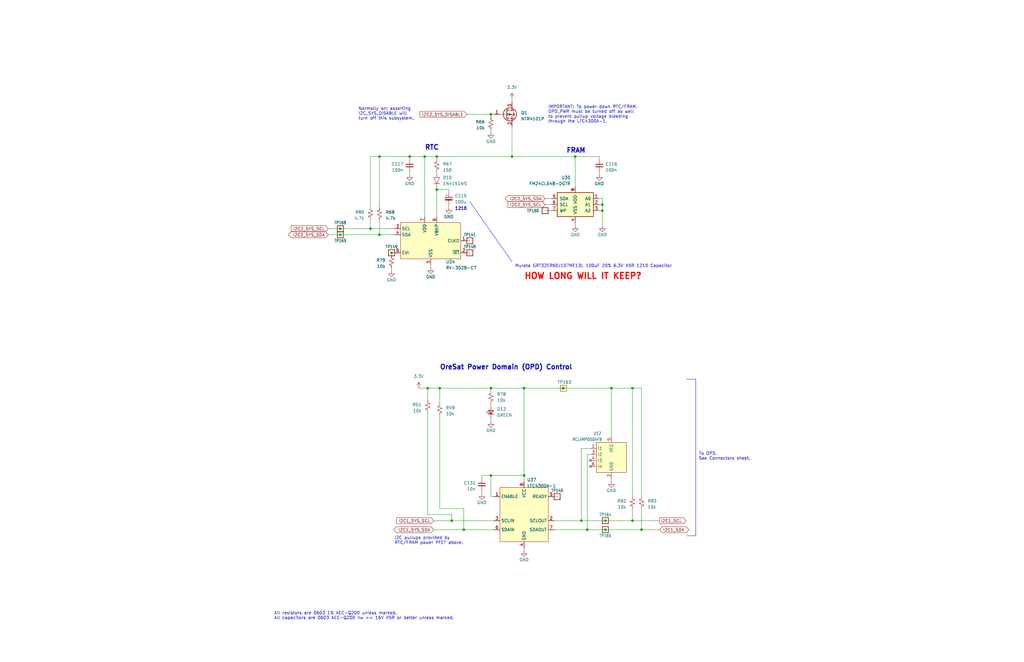
<source format=kicad_sch>
(kicad_sch (version 20250114) (generator "eeschema") (generator_version "9.0")
  (paper "B")
  (title_block (title "OreSat C3: OPD and I2C Peripherals") (date "2023-05-29") (rev "6.1"))
  (lib_symbols
    (symbol "Device:C_Polarized_Small" (pin_numbers (hide yes)) (pin_names (offset 0.254) (hide yes))
      (property "Reference" "C" (at 0.254 1.778 0))
      (property "Value" "C_Polarized_Small" (at 0.254 -2.032 0))
      (symbol "C_Polarized_Small_0_1"
        (rectangle (start -1.524 0.6858) (end 1.524 0.3048))
        (rectangle (start -1.524 -0.3048) (end 1.524 -0.6858) (fill (type outline)))
        (polyline (pts (xy -1.27 1.524) (xy -0.762 1.524)))
        (polyline (pts (xy -1.016 1.27) (xy -1.016 1.778)))
      )
      (symbol "C_Polarized_Small_1_1"
        (pin passive line (at 0 2.54 270) (length 1.8542) (name "~") (number "1"))
        (pin passive line (at 0 -2.54 90) (length 1.8542) (name "~") (number "2"))
      )
    )
    (symbol "Device:C_Small" (pin_numbers (hide yes)) (pin_names (offset 0.254) (hide yes))
      (property "Reference" "C" (at 0.254 1.778 0))
      (property "Value" "C_Small" (at 0.254 -2.032 0))
      (symbol "C_Small_0_1"
        (polyline (pts (xy -1.524 0.508) (xy 1.524 0.508)) (stroke (width 0.3048)))
        (polyline (pts (xy -1.524 -0.508) (xy 1.524 -0.508)) (stroke (width 0.3302)))
      )
      (symbol "C_Small_1_1"
        (pin passive line (at 0 2.54 270) (length 2.032) (name "~") (number "1"))
        (pin passive line (at 0 -2.54 90) (length 2.032) (name "~") (number "2"))
      )
    )
    (symbol "Device:LED_Small" (pin_numbers (hide yes)) (pin_names (offset 0.254) (hide yes))
      (property "Reference" "D" (at -1.27 3.175 0))
      (property "Value" "LED_Small" (at -4.445 -2.54 0))
      (symbol "LED_Small_0_1"
        (polyline (pts (xy -0.762 -1.016) (xy -0.762 1.016)) (stroke (width 0.254)))
        (polyline (pts (xy 0 0.762) (xy -0.508 1.27) (xy -0.254 1.27) (xy -0.508 1.27) (xy -0.508 1.016)))
        (polyline (pts (xy 0.508 1.27) (xy 0 1.778) (xy 0.254 1.778) (xy 0 1.778) (xy 0 1.524)))
        (polyline (pts (xy 0.762 -1.016) (xy -0.762 0) (xy 0.762 1.016) (xy 0.762 -1.016)) (stroke (width 0.254)))
        (polyline (pts (xy 1.016 0) (xy -0.762 0)))
      )
      (symbol "LED_Small_1_1"
        (pin passive line (at -2.54 0 0) (length 1.778) (name "K") (number "1"))
        (pin passive line (at 2.54 0 180) (length 1.778) (name "A") (number "2"))
      )
    )
    (symbol "Device:R_Small_US" (pin_numbers (hide yes)) (pin_names (offset 0.254) (hide yes))
      (property "Reference" "R" (at 0.762 0.508 0))
      (property "Value" "R_Small_US" (at 0.762 -1.016 0))
      (symbol "R_Small_US_1_1"
        (polyline (pts (xy 0 1.524) (xy 1.016 1.143) (xy 0 0.762) (xy -1.016 0.381) (xy 0 0)))
        (polyline (pts (xy 0 0) (xy 1.016 -0.381) (xy 0 -0.762) (xy -1.016 -1.143) (xy 0 -1.524)))
        (pin passive line (at 0 2.54 270) (length 1.016) (name "~") (number "1"))
        (pin passive line (at 0 -2.54 90) (length 1.016) (name "~") (number "2"))
      )
    )
    (symbol "Memory_NVRAM:FM24C64B" (pin_names (offset 1.016))
      (property "Reference" "U" (at -5.08 8.89 0))
      (property "Value" "FM24C64B" (at 6.35 -8.89 0))
      (symbol "FM24C64B_0_1"
        (rectangle (start -7.62 5.08) (end 7.62 -5.08) (stroke (width 0.254)) (fill (type background)))
      )
      (symbol "FM24C64B_1_1"
        (pin input line (at -10.16 2.54 0) (length 2.54) (name "A0") (number "1"))
        (pin input line (at -10.16 0 0) (length 2.54) (name "A1") (number "2"))
        (pin input line (at -10.16 -2.54 0) (length 2.54) (name "A2") (number "3"))
        (pin power_in line (at 0 7.62 270) (length 2.54) (name "VDD") (number "8"))
        (pin power_in line (at 0 -7.62 90) (length 2.54) (name "VSS") (number "4"))
        (pin bidirectional line (at 10.16 2.54 180) (length 2.54) (name "SDA") (number "5"))
        (pin input line (at 10.16 0 180) (length 2.54) (name "SCL") (number "6"))
        (pin input line (at 10.16 -2.54 180) (length 2.54) (name "WP") (number "7"))
      )
    )
    (symbol "Transistor_FET:NTR2101P" (pin_names (hide yes))
      (property "Reference" "Q" (at 5.08 1.905 0))
      (property "Value" "NTR2101P" (at 5.08 0 0))
      (symbol "NTR2101P_0_1"
        (polyline (pts (xy 0.254 1.905) (xy 0.254 -1.905)) (stroke (width 0.254)))
        (polyline (pts (xy 0.254 0) (xy -2.54 0)))
        (polyline (pts (xy 0.762 2.286) (xy 0.762 1.27)) (stroke (width 0.254)))
        (polyline (pts (xy 0.762 1.778) (xy 3.302 1.778) (xy 3.302 -1.778) (xy 0.762 -1.778)))
        (polyline (pts (xy 0.762 0.508) (xy 0.762 -0.508)) (stroke (width 0.254)))
        (polyline (pts (xy 0.762 -1.27) (xy 0.762 -2.286)) (stroke (width 0.254)))
        (circle (center 1.651 0) (radius 2.794) (stroke (width 0.254)))
        (polyline (pts (xy 2.286 0) (xy 1.27 0.381) (xy 1.27 -0.381) (xy 2.286 0)) (fill (type outline)))
        (polyline (pts (xy 2.54 2.54) (xy 2.54 1.778)))
        (circle (center 2.54 1.778) (radius 0.254) (fill (type outline)))
        (circle (center 2.54 -1.778) (radius 0.254) (fill (type outline)))
        (polyline (pts (xy 2.54 -2.54) (xy 2.54 0) (xy 0.762 0)))
        (polyline (pts (xy 2.794 -0.508) (xy 2.921 -0.381) (xy 3.683 -0.381) (xy 3.81 -0.254)))
        (polyline (pts (xy 3.302 -0.381) (xy 2.921 0.254) (xy 3.683 0.254) (xy 3.302 -0.381)))
      )
      (symbol "NTR2101P_1_1"
        (pin input line (at -5.08 0 0) (length 2.54) (name "G") (number "1"))
        (pin passive line (at 2.54 5.08 270) (length 2.54) (name "D") (number "3"))
        (pin passive line (at 2.54 -5.08 90) (length 2.54) (name "S") (number "2"))
      )
    )
    (symbol "oresat-diodes:1N4151WS-HE3" (pin_numbers (hide yes)) (pin_names (offset 0) (hide yes))
      (property "Reference" "D" (at 0 2.54 0))
      (property "Value" "1N4151WS" (at 0 -2.54 0))
      (symbol "1N4151WS-HE3_0_1"
        (polyline (pts (xy 1.27 0) (xy 1.27 1.27) (xy 1.27 -1.27) (xy 1.27 0) (xy -1.27 1.27) (xy -1.27 -1.27) (xy 1.27 0)))
      )
      (symbol "1N4151WS-HE3_1_1"
        (pin passive line (at -2.54 0 0) (length 1.27) (name "2") (number "2"))
        (pin passive line (at 2.54 0 180) (length 1.27) (name "1") (number "1"))
      )
    )
    (symbol "oresat-ics:LTC4300A-1"
      (property "Reference" "U" (at 1.27 13.97 0))
      (property "Value" "LTC4300A-1" (at 1.27 11.43 0))
      (symbol "LTC4300A-1_1_0"
        (pin input line (at -12.7 7.62 0) (length 2.54) (name "ENABLE") (number "1"))
        (pin bidirectional line (at -12.7 -2.54 0) (length 2.54) (name "SCLIN") (number "3"))
        (pin bidirectional line (at -12.7 -6.35 0) (length 2.54) (name "SDAIN") (number "6"))
        (pin power_in line (at 0 13.97 270) (length 2.54) (name "VCC") (number "8"))
        (pin power_in line (at 0 -13.97 90) (length 2.54) (name "GND") (number "4"))
        (pin output line (at 12.7 7.62 180) (length 2.54) (name "READY") (number "5"))
        (pin bidirectional line (at 12.7 -2.54 180) (length 2.54) (name "SCLOUT") (number "2"))
        (pin bidirectional line (at 12.7 -6.35 180) (length 2.54) (name "SDAOUT") (number "7"))
      )
      (symbol "LTC4300A-1_1_1"
        (rectangle (start -10.16 11.43) (end 10.16 -11.43) (fill (type background)))
      )
    )
    (symbol "oresat-ics:RCLAMP0504FB"
      (property "Reference" "U" (at -13.97 12.7 0))
      (property "Value" "RCLAMP0504FB" (at -13.97 10.16 0))
      (symbol "RCLAMP0504FB_1_0"
        (pin bidirectional line (at -8.89 3.81 0) (length 2.54) (name "I1") (number "1"))
        (pin bidirectional line (at -8.89 1.27 0) (length 2.54) (name "I2") (number "3"))
        (pin bidirectional line (at -8.89 -1.27 0) (length 2.54) (name "I3") (number "4"))
        (pin bidirectional line (at -8.89 -3.81 0) (length 2.54) (name "I4") (number "6"))
        (pin power_in line (at 0 8.89 270) (length 2.54) (name "VCC") (number "5"))
        (pin power_in line (at 0 -8.89 90) (length 2.54) (name "GND") (number "2"))
      )
      (symbol "RCLAMP0504FB_1_1"
        (rectangle (start -6.35 6.35) (end 6.35 -6.35) (fill (type background)))
      )
    )
    (symbol "oresat-ics:RV-3028-C7"
      (property "Reference" "U" (at 3.81 -8.89 0))
      (property "Value" "RV-3028-C7" (at 3.81 -11.43 0))
      (symbol "RV-3028-C7_1_0"
        (pin input line (at -15.24 5.08 0) (length 2.54) (name "SCL") (number "3"))
        (pin bidirectional line (at -15.24 2.54 0) (length 2.54) (name "SDA") (number "4"))
        (pin input line (at -15.24 -5.08 0) (length 2.54) (name "EVI") (number "8"))
        (pin power_in line (at -2.54 10.16 270) (length 2.54) (name "VDD") (number "7"))
        (pin power_in line (at 0 -10.16 90) (length 2.54) (name "VSS") (number "5"))
        (pin power_in line (at 2.54 10.16 270) (length 2.54) (name "VBKP") (number "6"))
        (pin output line (at 15.24 0 180) (length 2.54) (name "CLKO") (number "1"))
        (pin output line (at 15.24 -5.08 180) (length 2.54) (name "~{INT}") (number "2"))
      )
      (symbol "RV-3028-C7_1_1"
        (rectangle (start -12.7 7.62) (end 12.7 -7.62) (fill (type background)))
      )
    )
    (symbol "oresat-misc:Test-Point-0.75mm-th"
      (property "Reference" "TP" (at 0 2.54 0))
      (symbol "Test-Point-0.75mm-th_1_0"
        (pin passive line (at 0 0 0) (length 0) (name "1") (number "1"))
      )
      (symbol "Test-Point-0.75mm-th_1_1"
        (rectangle (start -1.27 1.27) (end 1.27 -1.27) (fill (type background)))
      )
    )
    (symbol "oresat-misc:Test-Point-1mm-round"
      (property "Reference" "TP" (at 0 2.54 0))
      (symbol "Test-Point-1mm-round_1_0"
        (polyline (pts (xy -1.27 1.27) (xy 1.27 1.27)) (stroke (width 0.254)))
        (polyline (pts (xy -1.27 -1.27) (xy -1.27 1.27)) (stroke (width 0.254)))
        (polyline (pts (xy 1.27 1.27) (xy 1.27 -1.27)) (stroke (width 0.254)))
        (polyline (pts (xy 1.27 -1.27) (xy -1.27 -1.27)) (stroke (width 0.254)))
        (pin passive line (at 0 0 0) (length 0) (name "1") (number "1"))
      )
    )
    (symbol "oresat-power:3.3V" (power) (pin_names (offset 0))
      (property "Value" "3.3V" (at 0 3.556 0))
      (symbol "3.3V_0_1"
        (polyline (pts (xy -0.762 1.27) (xy 0 2.54)))
        (polyline (pts (xy 0 2.54) (xy 0.762 1.27)))
        (polyline (pts (xy 0 0) (xy 0 2.54)))
      )
      (symbol "3.3V_1_1"
        (pin power_in line (at 0 0 90) (length 0) (hide yes) (name "3.3V") (number "1"))
      )
    )
    (symbol "power:GND" (power) (pin_names (offset 0))
      (property "Value" "GND" (at 0 -3.81 0))
      (symbol "GND_0_1"
        (polyline (pts (xy 0 0) (xy 0 -1.27) (xy 1.27 -1.27) (xy 0 -2.54) (xy -1.27 -1.27) (xy 0 -1.27)))
      )
      (symbol "GND_1_1"
        (pin power_in line (at 0 0 270) (length 0) (hide yes) (name "GND") (number "1"))
      )
    )
  )
  (text "To OPD. \nSee Connectors sheet." (at 294.64 194.31 0) (effects (font (size 1.27 1.27)) (justify left bottom)))
  (text "FRAM" (at 238.76 64.77 0) (effects (font (size 2 2) (thickness 0.4) (bold yes)) (justify left bottom)))
  (text "All resistors are 0603 1% AEC-Q200 unless marked.\nAll capacitors are 0603 AEC-Q200 Vw >= 16V X5R or better unless marked." (at 115.57 261.62 0) (effects (font (size 1.27 1.27)) (justify left bottom)))
  (text "Normally on; asserting \nI2C_SYS_DISABLE will \nturn off this subsystem." (at 151.13 50.8 0) (effects (font (size 1.27 1.27)) (justify left bottom)))
  (text "IMPORTANT: To power down RTC/FRAM,\nOPD_PWR must be turned off as well\nto prevent pullup voltage bleeding\nthrough the LTC4300A-1." (at 231.14 52.07 0) (effects (font (size 1.27 1.27)) (justify left bottom)))
  (text "I2C pullups provided by \nRTC/FRAM power PFET above." (at 166.37 229.87 0) (effects (font (size 1.27 1.27)) (justify left bottom)))
  (text "Murata GRT32ER60J107ME13L 100uF 20% 6.3V X5R 1210 Capacitor" (at 217.17 113.03 0) (effects (font (size 1.27 1.27)) (justify left bottom)))
  (text "1210" (at 191.77 88.9 0) (effects (font (size 1.27 1.27) (bold yes)) (justify left bottom)))
  (text "HOW LONG WILL IT KEEP?\n" (at 220.98 118.11 0) (effects (font (size 2.54 2.54) (thickness 0.508) (bold yes)) (justify left bottom)))
  (text "RTC" (at 179.07 63.5 0) (effects (font (size 2 2) (thickness 0.4) (bold yes)) (justify left bottom)))
  (text "OreSat Power Domain (OPD) Control" (at 185.42 156.21 0) (effects (font (size 2 2) (thickness 0.4) (bold yes)) (justify left bottom)))
  (junction (at 215.9 66.04))
  (junction (at 195.58 223.52))
  (junction (at 247.65 223.52))
  (junction (at 184.15 80.01))
  (junction (at 254 88.9))
  (junction (at 180.34 163.83))
  (junction (at 255.27 223.52))
  (junction (at 220.98 163.83))
  (junction (at 165.1 106.68))
  (junction (at 160.02 99.06))
  (junction (at 257.81 163.83))
  (junction (at 242.57 66.04))
  (junction (at 266.7 163.83))
  (junction (at 185.42 163.83))
  (junction (at 237.49 163.83))
  (junction (at 220.98 200.66))
  (junction (at 207.01 48.26))
  (junction (at 190.5 219.71))
  (junction (at 156.21 96.52))
  (junction (at 160.02 66.04))
  (junction (at 245.11 219.71))
  (junction (at 254 86.36))
  (junction (at 184.15 66.04))
  (junction (at 179.07 66.04))
  (junction (at 270.51 223.52))
  (junction (at 207.01 163.83))
  (junction (at 266.7 219.71))
  (junction (at 172.72 66.04))
  (junction (at 207.01 200.66))
  (junction (at 143.51 96.52))
  (junction (at 255.27 219.71))
  (junction (at 143.51 99.06))
  (no_connect (at 248.92 194.31))
  (no_connect (at 248.92 196.85))
  (wire (pts (xy 254 86.36) (xy 254 88.9)))
  (wire (pts (xy 165.1 114.3) (xy 165.1 113.03)))
  (wire (pts (xy 207.01 48.26) (xy 207.01 49.53)))
  (wire (pts (xy 215.9 53.34) (xy 215.9 66.04)))
  (wire (pts (xy 257.81 184.15) (xy 257.81 163.83)))
  (wire (pts (xy 247.65 223.52) (xy 255.27 223.52)))
  (wire (pts (xy 207.01 54.61) (xy 207.01 55.88)))
  (wire (pts (xy 165.1 107.95) (xy 165.1 106.68)))
  (wire (pts (xy 266.7 209.55) (xy 266.7 163.83)))
  (wire (pts (xy 242.57 93.98) (xy 242.57 95.25)))
  (wire (pts (xy 181.61 113.03) (xy 181.61 111.76)))
  (wire (pts (xy 190.5 219.71) (xy 208.28 219.71)))
  (wire (pts (xy 160.02 66.04) (xy 172.72 66.04)))
  (wire (pts (xy 266.7 214.63) (xy 266.7 219.71)))
  (wire (pts (xy 190.5 217.17) (xy 190.5 219.71)))
  (wire (pts (xy 207.01 209.55) (xy 208.28 209.55)))
  (wire (pts (xy 248.92 191.77) (xy 247.65 191.77)))
  (wire (pts (xy 245.11 189.23) (xy 245.11 219.71)))
  (wire (pts (xy 220.98 232.41) (xy 220.98 231.14)))
  (wire (pts (xy 215.9 41.91) (xy 215.9 43.18)))
  (wire (pts (xy 278.13 223.52) (xy 270.51 223.52)))
  (wire (pts (xy 172.72 66.04) (xy 179.07 66.04)))
  (wire (pts (xy 166.37 99.06) (xy 160.02 99.06)))
  (wire (pts (xy 220.98 203.2) (xy 220.98 200.66)))
  (wire (pts (xy 270.51 214.63) (xy 270.51 223.52)))
  (polyline (pts (xy 293.37 160.02) (xy 293.37 226.06)))
  (wire (pts (xy 189.23 81.28) (xy 189.23 80.01)))
  (wire (pts (xy 179.07 66.04) (xy 184.15 66.04)))
  (wire (pts (xy 184.15 66.04) (xy 215.9 66.04)))
  (wire (pts (xy 182.88 223.52) (xy 195.58 223.52)))
  (wire (pts (xy 252.73 83.82) (xy 254 83.82)))
  (wire (pts (xy 215.9 66.04) (xy 242.57 66.04)))
  (wire (pts (xy 138.43 99.06) (xy 143.51 99.06)))
  (wire (pts (xy 252.73 86.36) (xy 254 86.36)))
  (wire (pts (xy 184.15 72.39) (xy 184.15 73.66)))
  (wire (pts (xy 180.34 217.17) (xy 190.5 217.17)))
  (wire (pts (xy 143.51 99.06) (xy 160.02 99.06)))
  (wire (pts (xy 195.58 214.63) (xy 195.58 223.52)))
  (wire (pts (xy 184.15 78.74) (xy 184.15 80.01)))
  (wire (pts (xy 180.34 163.83) (xy 185.42 163.83)))
  (wire (pts (xy 185.42 214.63) (xy 195.58 214.63)))
  (wire (pts (xy 255.27 219.71) (xy 266.7 219.71)))
  (wire (pts (xy 196.85 106.68) (xy 198.12 106.68)))
  (wire (pts (xy 189.23 86.36) (xy 189.23 87.63)))
  (wire (pts (xy 252.73 67.31) (xy 252.73 66.04)))
  (wire (pts (xy 254 83.82) (xy 254 86.36)))
  (wire (pts (xy 237.49 163.83) (xy 257.81 163.83)))
  (wire (pts (xy 195.58 223.52) (xy 208.28 223.52)))
  (wire (pts (xy 233.68 219.71) (xy 245.11 219.71)))
  (wire (pts (xy 229.87 88.9) (xy 232.41 88.9)))
  (wire (pts (xy 176.53 163.83) (xy 180.34 163.83)))
  (wire (pts (xy 207.01 170.18) (xy 207.01 171.45)))
  (polyline (pts (xy 289.56 226.06) (xy 293.37 226.06)))
  (wire (pts (xy 160.02 66.04) (xy 160.02 87.63)))
  (wire (pts (xy 255.27 223.52) (xy 270.51 223.52)))
  (wire (pts (xy 233.68 223.52) (xy 247.65 223.52)))
  (polyline (pts (xy 289.56 160.02) (xy 293.37 160.02)))
  (wire (pts (xy 143.51 96.52) (xy 156.21 96.52)))
  (wire (pts (xy 220.98 200.66) (xy 207.01 200.66)))
  (wire (pts (xy 156.21 92.71) (xy 156.21 96.52)))
  (wire (pts (xy 229.87 86.36) (xy 232.41 86.36)))
  (wire (pts (xy 207.01 163.83) (xy 220.98 163.83)))
  (wire (pts (xy 266.7 163.83) (xy 270.51 163.83)))
  (wire (pts (xy 180.34 173.99) (xy 180.34 217.17)))
  (wire (pts (xy 184.15 66.04) (xy 184.15 67.31)))
  (wire (pts (xy 196.85 48.26) (xy 207.01 48.26)))
  (wire (pts (xy 252.73 88.9) (xy 254 88.9)))
  (wire (pts (xy 207.01 200.66) (xy 207.01 209.55)))
  (wire (pts (xy 252.73 66.04) (xy 242.57 66.04)))
  (wire (pts (xy 242.57 66.04) (xy 242.57 78.74)))
  (wire (pts (xy 248.92 189.23) (xy 245.11 189.23)))
  (wire (pts (xy 185.42 163.83) (xy 207.01 163.83)))
  (wire (pts (xy 232.41 83.82) (xy 229.87 83.82)))
  (polyline (pts (xy 198.12 85.09) (xy 215.9 110.49)))
  (wire (pts (xy 203.2 200.66) (xy 207.01 200.66)))
  (wire (pts (xy 257.81 163.83) (xy 266.7 163.83)))
  (wire (pts (xy 233.68 209.55) (xy 234.95 209.55)))
  (wire (pts (xy 203.2 208.28) (xy 203.2 207.01)))
  (wire (pts (xy 138.43 96.52) (xy 143.51 96.52)))
  (wire (pts (xy 172.72 67.31) (xy 172.72 66.04)))
  (wire (pts (xy 156.21 87.63) (xy 156.21 66.04)))
  (wire (pts (xy 182.88 219.71) (xy 190.5 219.71)))
  (wire (pts (xy 180.34 168.91) (xy 180.34 163.83)))
  (wire (pts (xy 156.21 96.52) (xy 166.37 96.52)))
  (wire (pts (xy 189.23 80.01) (xy 184.15 80.01)))
  (wire (pts (xy 266.7 219.71) (xy 278.13 219.71)))
  (wire (pts (xy 196.85 101.6) (xy 198.12 101.6)))
  (wire (pts (xy 207.01 176.53) (xy 207.01 177.8)))
  (wire (pts (xy 185.42 163.83) (xy 185.42 170.18)))
  (wire (pts (xy 179.07 91.44) (xy 179.07 66.04)))
  (wire (pts (xy 270.51 209.55) (xy 270.51 163.83)))
  (wire (pts (xy 257.81 203.2) (xy 257.81 201.93)))
  (wire (pts (xy 207.01 163.83) (xy 207.01 165.1)))
  (wire (pts (xy 172.72 73.66) (xy 172.72 72.39)))
  (wire (pts (xy 160.02 92.71) (xy 160.02 99.06)))
  (wire (pts (xy 245.11 219.71) (xy 255.27 219.71)))
  (wire (pts (xy 247.65 191.77) (xy 247.65 223.52)))
  (wire (pts (xy 203.2 201.93) (xy 203.2 200.66)))
  (wire (pts (xy 165.1 106.68) (xy 166.37 106.68)))
  (wire (pts (xy 254 88.9) (xy 254 95.25)))
  (wire (pts (xy 220.98 163.83) (xy 237.49 163.83)))
  (wire (pts (xy 252.73 72.39) (xy 252.73 73.66)))
  (wire (pts (xy 185.42 175.26) (xy 185.42 214.63)))
  (wire (pts (xy 184.15 91.44) (xy 184.15 80.01)))
  (wire (pts (xy 220.98 163.83) (xy 220.98 200.66)))
  (wire (pts (xy 156.21 66.04) (xy 160.02 66.04)))
  (wire (pts (xy 207.01 48.26) (xy 208.28 48.26)))
  (global_label "I2C2_SYS_SDA" (shape bidirectional) (at 229.87 83.82 180) (property "Intersheetrefs" "${INTERSHEET_REFS}" (at 212.5482 83.82 0) (effects (justify right))))
  (global_label "I2C1_SDA" (shape bidirectional) (at 278.13 223.52 0) (property "Intersheetrefs" "${INTERSHEET_REFS}" (at 291.056 223.52 0) (effects (justify left))))
  (global_label "I2C2_SYS_SCL" (shape input) (at 229.87 86.36 180) (property "Intersheetrefs" "${INTERSHEET_REFS}" (at 213.72 86.36 0) (effects (justify right))))
  (global_label "I2C2_SYS_DISABLE" (shape input) (at 196.85 48.26 180) (property "Intersheetrefs" "${INTERSHEET_REFS}" (at 176.5876 48.26 0) (effects (justify right))))
  (global_label "I2C2_SYS_SCL" (shape input) (at 138.43 96.52 180) (property "Intersheetrefs" "${INTERSHEET_REFS}" (at 122.28 96.52 0) (effects (justify right))))
  (global_label "I2C2_SYS_SDA" (shape bidirectional) (at 138.43 99.06 180) (property "Intersheetrefs" "${INTERSHEET_REFS}" (at 121.1082 99.06 0) (effects (justify right))))
  (global_label "I2C1_SYS_SDA" (shape bidirectional) (at 182.88 223.52 180) (property "Intersheetrefs" "${INTERSHEET_REFS}" (at 165.4788 223.52 0) (effects (justify right))))
  (global_label "I2C1_SCL" (shape output) (at 278.13 219.71 0) (property "Intersheetrefs" "${INTERSHEET_REFS}" (at 289.8842 219.71 0) (effects (justify left))))
  (global_label "I2C1_SYS_SCL" (shape input) (at 182.88 219.71 180) (property "Intersheetrefs" "${INTERSHEET_REFS}" (at 166.6506 219.71 0) (effects (justify right))))
  (symbol (lib_id "Memory_NVRAM:FM24C64B") (at 242.57 86.36 0) (mirror y) (unit 1)
    (property "Reference" "U30" (at 240.6141 74.93 0) (effects (justify left)))
    (property "Value" "FM24CL64B-DGTR" (at 240.6141 77.47 0) (effects (justify left)))
    (property "Footprint" "Package_SO:SOIC-8_3.9x4.9mm_P1.27mm" (effects (hide yes)))
    (property "Datasheet" "http://www.cypress.com/file/41651/download" (effects (hide yes)))
    (property "Description" "64Kb serial FRAM nonvolatile Memory, SOIC-8" (effects (hide yes)))
  )
  (symbol (lib_id "oresat-misc:Test-Point-1mm-round") (at 143.51 99.06 0) (unit 1)
    (property "Reference" "TP169" (at 143.51 101.6 0) (effects (font (size 1.27 1.0795))))
    (property "Value" "Test-Point" (effects (hide yes)))
    (property "Footprint" "oresat-misc:TestPoint_Pad_D1.0mm" (effects (hide yes)))
  )
  (symbol (lib_id "power:GND") (at 181.61 113.03 0) (unit 1)
    (property "Reference" "#PWR0281" (effects (hide yes)))
    (property "Value" "GND" (at 181.61 116.84 0))
  )
  (symbol (lib_id "Device:R_Small_US") (at 270.51 212.09 0) (mirror y) (unit 1)
    (property "Reference" "R93" (at 273.05 211.455 0) (effects (justify right)))
    (property "Value" "10k" (at 273.05 213.995 0) (effects (justify right)))
    (property "Footprint" "Resistor_SMD:R_0603_1608Metric" (effects (hide yes)))
  )
  (symbol (lib_id "Device:R_Small_US") (at 207.01 52.07 0) (unit 1)
    (property "Reference" "R66" (at 204.47 51.435 0) (effects (justify right)))
    (property "Value" "10k" (at 204.47 53.975 0) (effects (justify right)))
    (property "Footprint" "Resistor_SMD:R_0603_1608Metric" (effects (hide yes)))
  )
  (symbol (lib_id "power:GND") (at 252.73 73.66 0) (unit 1)
    (property "Reference" "#PWR0287" (effects (hide yes)))
    (property "Value" "GND" (at 252.73 77.47 0))
  )
  (symbol (lib_id "oresat-misc:Test-Point-0.75mm-th") (at 237.49 163.83 0) (unit 1)
    (property "Reference" "TP163" (at 234.95 161.29 0) (effects (justify left)))
    (property "Value" "TestPoint-MinTH" (effects (hide yes)))
    (property "Footprint" "oresat-misc:TestPoint-0.75mm-th" (effects (hide yes)))
  )
  (symbol (lib_id "oresat-misc:Test-Point-1mm-round") (at 229.87 88.9 90) (unit 1)
    (property "Reference" "TP160" (at 227.33 88.9 90) (effects (font (size 1.27 1.0795)) (justify left)))
    (property "Value" "Test-Point" (effects (hide yes)))
    (property "Footprint" "oresat-misc:TestPoint_Pad_D1.0mm" (effects (hide yes)))
  )
  (symbol (lib_id "Device:R_Small_US") (at 207.01 167.64 0) (mirror x) (unit 1)
    (property "Reference" "R78" (at 209.55 166.37 0) (effects (justify left)))
    (property "Value" "10k" (at 209.55 168.91 0) (effects (justify left)))
    (property "Footprint" "Resistor_SMD:R_0603_1608Metric" (effects (hide yes)))
  )
  (symbol (lib_id "oresat-misc:Test-Point-1mm-round") (at 198.12 101.6 180) (unit 1)
    (property "Reference" "TP141" (at 198.12 99.06 0) (effects (font (size 1.27 1.0795))))
    (property "Value" "Test-Point" (effects (hide yes)))
    (property "Footprint" "oresat-misc:TestPoint_Pad_D1.0mm" (effects (hide yes)))
  )
  (symbol (lib_id "Device:R_Small_US") (at 184.15 69.85 0) (mirror y) (unit 1)
    (property "Reference" "R67" (at 186.69 69.215 0) (effects (justify right)))
    (property "Value" "150" (at 186.69 71.755 0) (effects (justify right)))
    (property "Footprint" "Resistor_SMD:R_0603_1608Metric" (effects (hide yes)))
  )
  (symbol (lib_id "oresat-misc:Test-Point-1mm-round") (at 255.27 219.71 180) (unit 1)
    (property "Reference" "TP164" (at 255.27 217.17 0) (effects (font (size 1.27 1.0795))))
    (property "Value" "Test-Point" (effects (hide yes)))
    (property "Footprint" "oresat-misc:TestPoint_Pad_D1.0mm" (effects (hide yes)))
  )
  (symbol (lib_id "Device:C_Small") (at 252.73 69.85 0) (unit 1)
    (property "Reference" "C116" (at 255.27 69.2213 0) (effects (justify left)))
    (property "Value" "100n" (at 255.27 71.7613 0) (effects (justify left)))
    (property "Footprint" "Capacitor_SMD:C_0603_1608Metric" (effects (hide yes)))
  )
  (symbol (lib_id "oresat-misc:Test-Point-1mm-round") (at 143.51 96.52 180) (unit 1)
    (property "Reference" "TP168" (at 143.51 93.98 0) (effects (font (size 1.27 1.0795))))
    (property "Value" "Test-Point" (effects (hide yes)))
    (property "Footprint" "oresat-misc:TestPoint_Pad_D1.0mm" (effects (hide yes)))
  )
  (symbol (lib_id "power:GND") (at 165.1 114.3 0) (unit 1)
    (property "Reference" "#PWR0285" (effects (hide yes)))
    (property "Value" "GND" (at 165.1 118.11 0))
  )
  (symbol (lib_id "Transistor_FET:NTR2101P") (at 213.36 48.26 0) (unit 1)
    (property "Reference" "Q1" (at 219.71 47.625 0) (effects (justify left)))
    (property "Value" "NTR4101P" (at 219.71 50.165 0) (effects (justify left)))
    (property "Footprint" "Package_TO_SOT_SMD:SOT-23" (effects (hide yes)))
    (property "Datasheet" "https://www.onsemi.com/pdf/datasheet/ntr4101p-d.pdf" (effects (hide yes)))
  )
  (symbol (lib_id "Device:C_Small") (at 203.2 204.47 0) (unit 1)
    (property "Reference" "C131" (at 200.66 203.8413 0) (effects (justify right)))
    (property "Value" "10n" (at 200.66 206.3813 0) (effects (justify right)))
    (property "Footprint" "Capacitor_SMD:C_0603_1608Metric" (effects (hide yes)))
  )
  (symbol (lib_id "Device:R_Small_US") (at 266.7 212.09 0) (unit 1)
    (property "Reference" "R92" (at 264.16 211.455 0) (effects (justify right)))
    (property "Value" "10k" (at 264.16 213.995 0) (effects (justify right)))
    (property "Footprint" "Resistor_SMD:R_0603_1608Metric" (effects (hide yes)))
  )
  (symbol (lib_id "Device:LED_Small") (at 207.01 173.99 90) (unit 1)
    (property "Reference" "D12" (at 209.55 172.6564 90) (effects (justify right)))
    (property "Value" "GREEN" (at 209.55 175.1964 90) (effects (justify right)))
    (property "Footprint" "LED_SMD:LED_0603_1608Metric" (effects (hide yes)))
  )
  (symbol (lib_id "power:GND") (at 203.2 208.28 0) (mirror y) (unit 1)
    (property "Reference" "#PWR0279" (effects (hide yes)))
    (property "Value" "GND" (at 203.2 212.09 0))
  )
  (symbol (lib_id "oresat-power:3.3V") (at 176.53 163.83 0) (unit 1)
    (property "Reference" "#3V03" (effects (hide yes)))
    (property "Value" "3.3V" (at 176.53 158.75 0))
  )
  (symbol (lib_id "oresat-misc:Test-Point-1mm-round") (at 165.1 106.68 180) (unit 1)
    (property "Reference" "TP149" (at 165.1 104.14 0) (effects (font (size 1.27 1.0795))))
    (property "Value" "Test-Point" (effects (hide yes)))
    (property "Footprint" "oresat-misc:TestPoint_Pad_D1.0mm" (effects (hide yes)))
  )
  (symbol (lib_id "Device:R_Small_US") (at 165.1 110.49 0) (unit 1)
    (property "Reference" "R79" (at 162.56 109.855 0) (effects (justify right)))
    (property "Value" "10k" (at 162.56 112.395 0) (effects (justify right)))
    (property "Footprint" "Resistor_SMD:R_0603_1608Metric" (effects (hide yes)))
  )
  (symbol (lib_id "Device:R_Small_US") (at 156.21 90.17 0) (unit 1)
    (property "Reference" "R80" (at 153.67 89.535 0) (effects (justify right)))
    (property "Value" "4.7k" (at 153.67 92.075 0) (effects (justify right)))
    (property "Footprint" "Resistor_SMD:R_0603_1608Metric" (effects (hide yes)))
  )
  (symbol (lib_id "oresat-misc:Test-Point-1mm-round") (at 234.95 209.55 0) (unit 1)
    (property "Reference" "TP140" (at 234.95 207.01 0) (effects (font (size 1.27 1.0795))))
    (property "Footprint" "oresat-misc:TestPoint_Pad_D1.0mm" (effects (hide yes)))
  )
  (symbol (lib_id "Device:R_Small_US") (at 160.02 90.17 0) (mirror y) (unit 1)
    (property "Reference" "R68" (at 162.56 89.535 0) (effects (justify right)))
    (property "Value" "4.7k" (at 162.56 92.075 0) (effects (justify right)))
    (property "Footprint" "Resistor_SMD:R_0603_1608Metric" (effects (hide yes)))
  )
  (symbol (lib_id "Device:R_Small_US") (at 185.42 172.72 0) (mirror y) (unit 1)
    (property "Reference" "R49" (at 187.96 172.085 0) (effects (justify right)))
    (property "Value" "10k" (at 187.96 174.625 0) (effects (justify right)))
    (property "Footprint" "Resistor_SMD:R_0603_1608Metric" (effects (hide yes)))
  )
  (symbol (lib_id "power:GND") (at 242.57 95.25 0) (unit 1)
    (property "Reference" "#PWR0283" (effects (hide yes)))
    (property "Value" "GND" (at 242.57 99.06 0))
  )
  (symbol (lib_id "power:GND") (at 257.81 203.2 0) (unit 1)
    (property "Reference" "#PWR0275" (effects (hide yes)))
    (property "Value" "GND" (at 257.81 207.01 0))
  )
  (symbol (lib_id "Device:C_Small") (at 172.72 69.85 0) (mirror y) (unit 1)
    (property "Reference" "C117" (at 170.18 69.2213 0) (effects (justify left)))
    (property "Value" "100n" (at 170.18 71.7613 0) (effects (justify left)))
    (property "Footprint" "Capacitor_SMD:C_0603_1608Metric" (effects (hide yes)))
  )
  (symbol (lib_id "oresat-power:3.3V") (at 215.9 41.91 0) (unit 1)
    (property "Reference" "#3V01" (effects (hide yes)))
    (property "Value" "3.3V" (at 215.9 36.83 0))
  )
  (symbol (lib_id "oresat-diodes:1N4151WS-HE3") (at 184.15 76.2 270) (unit 1)
    (property "Reference" "D10" (at 186.69 74.93 90) (effects (justify left)))
    (property "Value" "1N4151WS" (at 186.69 77.47 90) (effects (justify left)))
    (property "Footprint" "Diode_SMD:D_SOD-323" (effects (hide yes)))
    (property "Datasheet" "https://www.vishay.com/docs/85847/1n4151ws.pdf" (effects (hide yes)))
  )
  (symbol (lib_id "power:GND") (at 254 95.25 0) (unit 1)
    (property "Reference" "#PWR0284" (effects (hide yes)))
    (property "Value" "GND" (at 254 99.06 0))
  )
  (symbol (lib_id "power:GND") (at 189.23 87.63 0) (unit 1)
    (property "Reference" "#PWR0282" (effects (hide yes)))
    (property "Value" "GND" (at 189.23 91.44 0))
  )
  (symbol (lib_id "oresat-misc:Test-Point-1mm-round") (at 198.12 106.68 180) (unit 1)
    (property "Reference" "TP148" (at 198.12 104.14 0) (effects (font (size 1.27 1.0795))))
    (property "Value" "Test-Point" (effects (hide yes)))
    (property "Footprint" "oresat-misc:TestPoint_Pad_D1.0mm" (effects (hide yes)))
  )
  (symbol (lib_id "oresat-ics:RV-3028-C7") (at 181.61 101.6 0) (unit 1)
    (property "Reference" "U24" (at 187.96 110.49 0) (effects (justify left)))
    (property "Value" "RV-3028-C7" (at 187.96 113.03 0) (effects (justify left)))
    (property "Footprint" "oresat-c3:RV3028C732768KHZ1PPMTAQC" (effects (hide yes)))
    (property "Datasheet" "https://www.microcrystal.com/fileadmin/Media/Products/RTC/Datasheet/RV-3028-C7.pdf" (effects (hide yes)))
  )
  (symbol (lib_id "oresat-ics:RCLAMP0504FB") (at 257.81 193.04 0) (unit 1)
    (property "Reference" "U12" (at 250.19 182.88 0) (effects (font (size 1.27 1.0795)) (justify left)))
    (property "Value" "RCLAMP0504FB" (at 241.3 185.42 0) (effects (font (size 1.27 1.0795)) (justify left)))
    (property "Footprint" "Package_TO_SOT_SMD:SOT-363_SC-70-6" (effects (hide yes)))
    (property "Datasheet" "https://semtech.my.salesforce.com/sfc/p/#E0000000JelG/a/440000001NC4/stkwt9TLwnuFEcETp_EuKKu8Zq_5VZ02wBJYU8lO8Hs" (effects (hide yes)))
  )
  (symbol (lib_id "oresat-misc:Test-Point-1mm-round") (at 255.27 223.52 0) (unit 1)
    (property "Reference" "TP165" (at 255.27 226.06 0) (effects (font (size 1.27 1.0795))))
    (property "Value" "Test-Point" (effects (hide yes)))
    (property "Footprint" "oresat-misc:TestPoint_Pad_D1.0mm" (effects (hide yes)))
  )
  (symbol (lib_id "Device:C_Polarized_Small") (at 189.23 83.82 0) (unit 1)
    (property "Reference" "C115" (at 191.77 82.6389 0) (effects (justify left)))
    (property "Value" "100u" (at 191.77 85.1789 0) (effects (justify left)))
    (property "Footprint" "Capacitor_SMD:C_1210_3225Metric" (effects (hide yes)))
  )
  (symbol (lib_id "power:GND") (at 207.01 177.8 0) (unit 1)
    (property "Reference" "#PWR0276" (effects (hide yes)))
    (property "Value" "GND" (at 207.01 181.61 0))
  )
  (symbol (lib_id "power:GND") (at 172.72 73.66 0) (unit 1)
    (property "Reference" "#PWR0286" (effects (hide yes)))
    (property "Value" "GND" (at 172.72 77.47 0))
  )
  (symbol (lib_id "power:GND") (at 207.01 55.88 0) (unit 1)
    (property "Reference" "#PWR0280" (effects (hide yes)))
    (property "Value" "GND" (at 207.01 59.69 0))
  )
  (symbol (lib_id "Device:R_Small_US") (at 180.34 171.45 0) (unit 1)
    (property "Reference" "R51" (at 177.8 170.815 0) (effects (justify right)))
    (property "Value" "10k" (at 177.8 173.355 0) (effects (justify right)))
    (property "Footprint" "Resistor_SMD:R_0603_1608Metric" (effects (hide yes)))
  )
  (symbol (lib_id "oresat-ics:LTC4300A-1") (at 220.98 217.17 0) (unit 1)
    (property "Reference" "U37" (at 222.25 203.2 0) (effects (justify left bottom)))
    (property "Value" "LTC4300A-1" (at 222.25 205.74 0) (effects (justify left bottom)))
    (property "Footprint" "oresat-ics:LINEAR-MSOP-8-AND-MAXIM-UMAX-8-21-0036" (effects (hide yes)))
    (property "Datasheet" "https://www.analog.com/media/en/technical-documentation/data-sheets/4300a12fa.pdf" (effects (hide yes)))
  )
  (symbol (lib_id "power:GND") (at 220.98 232.41 0) (unit 1)
    (property "Reference" "#PWR0278" (effects (hide yes)))
    (property "Value" "GND" (at 220.98 236.22 0))
  )
)
</source>
